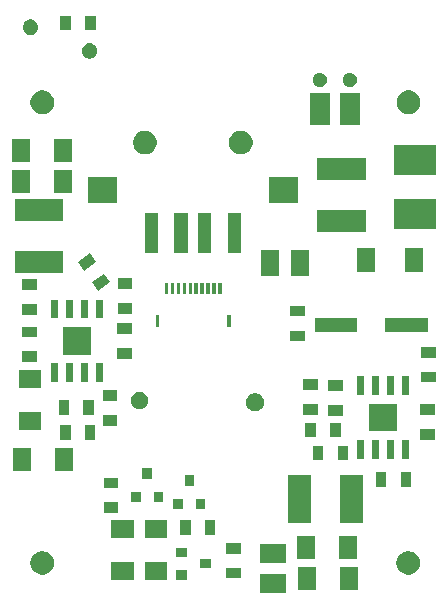
<source format=gbs>
G04 #@! TF.GenerationSoftware,KiCad,Pcbnew,(5.0.2)-1*
G04 #@! TF.CreationDate,2019-05-03T15:30:51-04:00*
G04 #@! TF.ProjectId,TrafMasterV1,54726166-4d61-4737-9465-7256312e6b69,V1*
G04 #@! TF.SameCoordinates,Original*
G04 #@! TF.FileFunction,Soldermask,Bot*
G04 #@! TF.FilePolarity,Negative*
%FSLAX46Y46*%
G04 Gerber Fmt 4.6, Leading zero omitted, Abs format (unit mm)*
G04 Created by KiCad (PCBNEW (5.0.2)-1) date 5/3/2019 3:30:51 PM*
%MOMM*%
%LPD*%
G01*
G04 APERTURE LIST*
%ADD10C,0.150000*%
G04 APERTURE END LIST*
D10*
G36*
X41435200Y-65961160D02*
X39235200Y-65961160D01*
X39235200Y-64361160D01*
X41435200Y-64361160D01*
X41435200Y-65961160D01*
X41435200Y-65961160D01*
G37*
G36*
X43947080Y-65717420D02*
X42423080Y-65717420D01*
X42423080Y-63812420D01*
X43947080Y-63812420D01*
X43947080Y-65717420D01*
X43947080Y-65717420D01*
G37*
G36*
X47503080Y-65717420D02*
X45979080Y-65717420D01*
X45979080Y-63812420D01*
X47503080Y-63812420D01*
X47503080Y-65717420D01*
X47503080Y-65717420D01*
G37*
G36*
X28546680Y-64914700D02*
X26641680Y-64914700D01*
X26641680Y-63390700D01*
X28546680Y-63390700D01*
X28546680Y-64914700D01*
X28546680Y-64914700D01*
G37*
G36*
X31378780Y-64876600D02*
X29473780Y-64876600D01*
X29473780Y-63352600D01*
X31378780Y-63352600D01*
X31378780Y-64876600D01*
X31378780Y-64876600D01*
G37*
G36*
X33038580Y-64867700D02*
X32138580Y-64867700D01*
X32138580Y-64067700D01*
X33038580Y-64067700D01*
X33038580Y-64867700D01*
X33038580Y-64867700D01*
G37*
G36*
X37617180Y-64763700D02*
X36367180Y-64763700D01*
X36367180Y-63863700D01*
X37617180Y-63863700D01*
X37617180Y-64763700D01*
X37617180Y-64763700D01*
G37*
G36*
X21068889Y-62487629D02*
X21250878Y-62563011D01*
X21414663Y-62672449D01*
X21553951Y-62811737D01*
X21663389Y-62975522D01*
X21738771Y-63157511D01*
X21777200Y-63350709D01*
X21777200Y-63547691D01*
X21738771Y-63740889D01*
X21663389Y-63922878D01*
X21553951Y-64086663D01*
X21414663Y-64225951D01*
X21250878Y-64335389D01*
X21068889Y-64410771D01*
X20875691Y-64449200D01*
X20678709Y-64449200D01*
X20485511Y-64410771D01*
X20303522Y-64335389D01*
X20139737Y-64225951D01*
X20000449Y-64086663D01*
X19891011Y-63922878D01*
X19815629Y-63740889D01*
X19777200Y-63547691D01*
X19777200Y-63350709D01*
X19815629Y-63157511D01*
X19891011Y-62975522D01*
X20000449Y-62811737D01*
X20139737Y-62672449D01*
X20303522Y-62563011D01*
X20485511Y-62487629D01*
X20678709Y-62449200D01*
X20875691Y-62449200D01*
X21068889Y-62487629D01*
X21068889Y-62487629D01*
G37*
G36*
X52056889Y-62487629D02*
X52238878Y-62563011D01*
X52402663Y-62672449D01*
X52541951Y-62811737D01*
X52651389Y-62975522D01*
X52726771Y-63157511D01*
X52765200Y-63350709D01*
X52765200Y-63547691D01*
X52726771Y-63740889D01*
X52651389Y-63922878D01*
X52541951Y-64086663D01*
X52402663Y-64225951D01*
X52238878Y-64335389D01*
X52056889Y-64410771D01*
X51863691Y-64449200D01*
X51666709Y-64449200D01*
X51473511Y-64410771D01*
X51291522Y-64335389D01*
X51127737Y-64225951D01*
X50988449Y-64086663D01*
X50879011Y-63922878D01*
X50803629Y-63740889D01*
X50765200Y-63547691D01*
X50765200Y-63350709D01*
X50803629Y-63157511D01*
X50879011Y-62975522D01*
X50988449Y-62811737D01*
X51127737Y-62672449D01*
X51291522Y-62563011D01*
X51473511Y-62487629D01*
X51666709Y-62449200D01*
X51863691Y-62449200D01*
X52056889Y-62487629D01*
X52056889Y-62487629D01*
G37*
G36*
X35038580Y-63917700D02*
X34138580Y-63917700D01*
X34138580Y-63117700D01*
X35038580Y-63117700D01*
X35038580Y-63917700D01*
X35038580Y-63917700D01*
G37*
G36*
X41435200Y-63421160D02*
X39235200Y-63421160D01*
X39235200Y-61821160D01*
X41435200Y-61821160D01*
X41435200Y-63421160D01*
X41435200Y-63421160D01*
G37*
G36*
X43906440Y-63096140D02*
X42382440Y-63096140D01*
X42382440Y-61191140D01*
X43906440Y-61191140D01*
X43906440Y-63096140D01*
X43906440Y-63096140D01*
G37*
G36*
X47462440Y-63096140D02*
X45938440Y-63096140D01*
X45938440Y-61191140D01*
X47462440Y-61191140D01*
X47462440Y-63096140D01*
X47462440Y-63096140D01*
G37*
G36*
X33038580Y-62967700D02*
X32138580Y-62967700D01*
X32138580Y-62167700D01*
X33038580Y-62167700D01*
X33038580Y-62967700D01*
X33038580Y-62967700D01*
G37*
G36*
X37617180Y-62663700D02*
X36367180Y-62663700D01*
X36367180Y-61763700D01*
X37617180Y-61763700D01*
X37617180Y-62663700D01*
X37617180Y-62663700D01*
G37*
G36*
X28546680Y-61358700D02*
X26641680Y-61358700D01*
X26641680Y-59834700D01*
X28546680Y-59834700D01*
X28546680Y-61358700D01*
X28546680Y-61358700D01*
G37*
G36*
X31378780Y-61320600D02*
X29473780Y-61320600D01*
X29473780Y-59796600D01*
X31378780Y-59796600D01*
X31378780Y-61320600D01*
X31378780Y-61320600D01*
G37*
G36*
X35444180Y-61094700D02*
X34544180Y-61094700D01*
X34544180Y-59844700D01*
X35444180Y-59844700D01*
X35444180Y-61094700D01*
X35444180Y-61094700D01*
G37*
G36*
X33344180Y-61094700D02*
X32444180Y-61094700D01*
X32444180Y-59844700D01*
X33344180Y-59844700D01*
X33344180Y-61094700D01*
X33344180Y-61094700D01*
G37*
G36*
X47914960Y-60099160D02*
X46014960Y-60099160D01*
X46014960Y-55999160D01*
X47914960Y-55999160D01*
X47914960Y-60099160D01*
X47914960Y-60099160D01*
G37*
G36*
X43514960Y-60099160D02*
X41614960Y-60099160D01*
X41614960Y-55999160D01*
X43514960Y-55999160D01*
X43514960Y-60099160D01*
X43514960Y-60099160D01*
G37*
G36*
X27223880Y-59213880D02*
X25973880Y-59213880D01*
X25973880Y-58313880D01*
X27223880Y-58313880D01*
X27223880Y-59213880D01*
X27223880Y-59213880D01*
G37*
G36*
X34582980Y-58897100D02*
X33782980Y-58897100D01*
X33782980Y-57997100D01*
X34582980Y-57997100D01*
X34582980Y-58897100D01*
X34582980Y-58897100D01*
G37*
G36*
X32682980Y-58897100D02*
X31882980Y-58897100D01*
X31882980Y-57997100D01*
X32682980Y-57997100D01*
X32682980Y-58897100D01*
X32682980Y-58897100D01*
G37*
G36*
X29112120Y-58305360D02*
X28312120Y-58305360D01*
X28312120Y-57405360D01*
X29112120Y-57405360D01*
X29112120Y-58305360D01*
X29112120Y-58305360D01*
G37*
G36*
X31012120Y-58305360D02*
X30212120Y-58305360D01*
X30212120Y-57405360D01*
X31012120Y-57405360D01*
X31012120Y-58305360D01*
X31012120Y-58305360D01*
G37*
G36*
X27223880Y-57113880D02*
X25973880Y-57113880D01*
X25973880Y-56213880D01*
X27223880Y-56213880D01*
X27223880Y-57113880D01*
X27223880Y-57113880D01*
G37*
G36*
X52020600Y-57018080D02*
X51120600Y-57018080D01*
X51120600Y-55768080D01*
X52020600Y-55768080D01*
X52020600Y-57018080D01*
X52020600Y-57018080D01*
G37*
G36*
X49920600Y-57018080D02*
X49020600Y-57018080D01*
X49020600Y-55768080D01*
X49920600Y-55768080D01*
X49920600Y-57018080D01*
X49920600Y-57018080D01*
G37*
G36*
X33632980Y-56897100D02*
X32832980Y-56897100D01*
X32832980Y-55997100D01*
X33632980Y-55997100D01*
X33632980Y-56897100D01*
X33632980Y-56897100D01*
G37*
G36*
X30062120Y-56305360D02*
X29262120Y-56305360D01*
X29262120Y-55405360D01*
X30062120Y-55405360D01*
X30062120Y-56305360D01*
X30062120Y-56305360D01*
G37*
G36*
X23368000Y-55638700D02*
X21844000Y-55638700D01*
X21844000Y-53733700D01*
X23368000Y-53733700D01*
X23368000Y-55638700D01*
X23368000Y-55638700D01*
G37*
G36*
X19812000Y-55638700D02*
X18288000Y-55638700D01*
X18288000Y-53733700D01*
X19812000Y-53733700D01*
X19812000Y-55638700D01*
X19812000Y-55638700D01*
G37*
G36*
X46696760Y-54762560D02*
X45796760Y-54762560D01*
X45796760Y-53512560D01*
X46696760Y-53512560D01*
X46696760Y-54762560D01*
X46696760Y-54762560D01*
G37*
G36*
X44596760Y-54762560D02*
X43696760Y-54762560D01*
X43696760Y-53512560D01*
X44596760Y-53512560D01*
X44596760Y-54762560D01*
X44596760Y-54762560D01*
G37*
G36*
X49319460Y-54610280D02*
X48719460Y-54610280D01*
X48719460Y-53060280D01*
X49319460Y-53060280D01*
X49319460Y-54610280D01*
X49319460Y-54610280D01*
G37*
G36*
X50589460Y-54610280D02*
X49989460Y-54610280D01*
X49989460Y-53060280D01*
X50589460Y-53060280D01*
X50589460Y-54610280D01*
X50589460Y-54610280D01*
G37*
G36*
X51859460Y-54610280D02*
X51259460Y-54610280D01*
X51259460Y-53060280D01*
X51859460Y-53060280D01*
X51859460Y-54610280D01*
X51859460Y-54610280D01*
G37*
G36*
X48049460Y-54610280D02*
X47449460Y-54610280D01*
X47449460Y-53060280D01*
X48049460Y-53060280D01*
X48049460Y-54610280D01*
X48049460Y-54610280D01*
G37*
G36*
X25283000Y-53050600D02*
X24383000Y-53050600D01*
X24383000Y-51800600D01*
X25283000Y-51800600D01*
X25283000Y-53050600D01*
X25283000Y-53050600D01*
G37*
G36*
X23183000Y-53050600D02*
X22283000Y-53050600D01*
X22283000Y-51800600D01*
X23183000Y-51800600D01*
X23183000Y-53050600D01*
X23183000Y-53050600D01*
G37*
G36*
X54005640Y-53024880D02*
X52755640Y-53024880D01*
X52755640Y-52124880D01*
X54005640Y-52124880D01*
X54005640Y-53024880D01*
X54005640Y-53024880D01*
G37*
G36*
X46071920Y-52806760D02*
X45171920Y-52806760D01*
X45171920Y-51556760D01*
X46071920Y-51556760D01*
X46071920Y-52806760D01*
X46071920Y-52806760D01*
G37*
G36*
X43971920Y-52806760D02*
X43071920Y-52806760D01*
X43071920Y-51556760D01*
X43971920Y-51556760D01*
X43971920Y-52806760D01*
X43971920Y-52806760D01*
G37*
G36*
X50829460Y-52310280D02*
X48479460Y-52310280D01*
X48479460Y-49960280D01*
X50829460Y-49960280D01*
X50829460Y-52310280D01*
X50829460Y-52310280D01*
G37*
G36*
X20713700Y-52197000D02*
X18808700Y-52197000D01*
X18808700Y-50673000D01*
X20713700Y-50673000D01*
X20713700Y-52197000D01*
X20713700Y-52197000D01*
G37*
G36*
X27142600Y-51842800D02*
X25892600Y-51842800D01*
X25892600Y-50942800D01*
X27142600Y-50942800D01*
X27142600Y-51842800D01*
X27142600Y-51842800D01*
G37*
G36*
X46253560Y-50994440D02*
X45003560Y-50994440D01*
X45003560Y-50094440D01*
X46253560Y-50094440D01*
X46253560Y-50994440D01*
X46253560Y-50994440D01*
G37*
G36*
X25172800Y-50942400D02*
X24272800Y-50942400D01*
X24272800Y-49692400D01*
X25172800Y-49692400D01*
X25172800Y-50942400D01*
X25172800Y-50942400D01*
G37*
G36*
X23072800Y-50942400D02*
X22172800Y-50942400D01*
X22172800Y-49692400D01*
X23072800Y-49692400D01*
X23072800Y-50942400D01*
X23072800Y-50942400D01*
G37*
G36*
X54005640Y-50924880D02*
X52755640Y-50924880D01*
X52755640Y-50024880D01*
X54005640Y-50024880D01*
X54005640Y-50924880D01*
X54005640Y-50924880D01*
G37*
G36*
X44135200Y-50908080D02*
X42885200Y-50908080D01*
X42885200Y-50008080D01*
X44135200Y-50008080D01*
X44135200Y-50908080D01*
X44135200Y-50908080D01*
G37*
G36*
X39017268Y-49126322D02*
X39153756Y-49182857D01*
X39276598Y-49264938D01*
X39381062Y-49369402D01*
X39463143Y-49492244D01*
X39519678Y-49628732D01*
X39548500Y-49773631D01*
X39548500Y-49921369D01*
X39519678Y-50066268D01*
X39463143Y-50202756D01*
X39381062Y-50325598D01*
X39276598Y-50430062D01*
X39153756Y-50512143D01*
X39017268Y-50568678D01*
X38872369Y-50597500D01*
X38724631Y-50597500D01*
X38579732Y-50568678D01*
X38443244Y-50512143D01*
X38320402Y-50430062D01*
X38215938Y-50325598D01*
X38133857Y-50202756D01*
X38077322Y-50066268D01*
X38048500Y-49921369D01*
X38048500Y-49773631D01*
X38077322Y-49628732D01*
X38133857Y-49492244D01*
X38215938Y-49369402D01*
X38320402Y-49264938D01*
X38443244Y-49182857D01*
X38579732Y-49126322D01*
X38724631Y-49097500D01*
X38872369Y-49097500D01*
X39017268Y-49126322D01*
X39017268Y-49126322D01*
G37*
G36*
X29233568Y-48982822D02*
X29370056Y-49039357D01*
X29492898Y-49121438D01*
X29597362Y-49225902D01*
X29679443Y-49348744D01*
X29735978Y-49485232D01*
X29764800Y-49630131D01*
X29764800Y-49777869D01*
X29735978Y-49922768D01*
X29679443Y-50059256D01*
X29597362Y-50182098D01*
X29492898Y-50286562D01*
X29370056Y-50368643D01*
X29233568Y-50425178D01*
X29088669Y-50454000D01*
X28940931Y-50454000D01*
X28796032Y-50425178D01*
X28659544Y-50368643D01*
X28536702Y-50286562D01*
X28432238Y-50182098D01*
X28350157Y-50059256D01*
X28293622Y-49922768D01*
X28264800Y-49777869D01*
X28264800Y-49630131D01*
X28293622Y-49485232D01*
X28350157Y-49348744D01*
X28432238Y-49225902D01*
X28536702Y-49121438D01*
X28659544Y-49039357D01*
X28796032Y-48982822D01*
X28940931Y-48954000D01*
X29088669Y-48954000D01*
X29233568Y-48982822D01*
X29233568Y-48982822D01*
G37*
G36*
X27142600Y-49742800D02*
X25892600Y-49742800D01*
X25892600Y-48842800D01*
X27142600Y-48842800D01*
X27142600Y-49742800D01*
X27142600Y-49742800D01*
G37*
G36*
X49319460Y-49210280D02*
X48719460Y-49210280D01*
X48719460Y-47660280D01*
X49319460Y-47660280D01*
X49319460Y-49210280D01*
X49319460Y-49210280D01*
G37*
G36*
X51859460Y-49210280D02*
X51259460Y-49210280D01*
X51259460Y-47660280D01*
X51859460Y-47660280D01*
X51859460Y-49210280D01*
X51859460Y-49210280D01*
G37*
G36*
X50589460Y-49210280D02*
X49989460Y-49210280D01*
X49989460Y-47660280D01*
X50589460Y-47660280D01*
X50589460Y-49210280D01*
X50589460Y-49210280D01*
G37*
G36*
X48049460Y-49210280D02*
X47449460Y-49210280D01*
X47449460Y-47660280D01*
X48049460Y-47660280D01*
X48049460Y-49210280D01*
X48049460Y-49210280D01*
G37*
G36*
X46253560Y-48894440D02*
X45003560Y-48894440D01*
X45003560Y-47994440D01*
X46253560Y-47994440D01*
X46253560Y-48894440D01*
X46253560Y-48894440D01*
G37*
G36*
X44135200Y-48808080D02*
X42885200Y-48808080D01*
X42885200Y-47908080D01*
X44135200Y-47908080D01*
X44135200Y-48808080D01*
X44135200Y-48808080D01*
G37*
G36*
X20713700Y-48641000D02*
X18808700Y-48641000D01*
X18808700Y-47117000D01*
X20713700Y-47117000D01*
X20713700Y-48641000D01*
X20713700Y-48641000D01*
G37*
G36*
X54086920Y-48164880D02*
X52836920Y-48164880D01*
X52836920Y-47264880D01*
X54086920Y-47264880D01*
X54086920Y-48164880D01*
X54086920Y-48164880D01*
G37*
G36*
X25941300Y-48102800D02*
X25341300Y-48102800D01*
X25341300Y-46552800D01*
X25941300Y-46552800D01*
X25941300Y-48102800D01*
X25941300Y-48102800D01*
G37*
G36*
X23401300Y-48102800D02*
X22801300Y-48102800D01*
X22801300Y-46552800D01*
X23401300Y-46552800D01*
X23401300Y-48102800D01*
X23401300Y-48102800D01*
G37*
G36*
X22131300Y-48102800D02*
X21531300Y-48102800D01*
X21531300Y-46552800D01*
X22131300Y-46552800D01*
X22131300Y-48102800D01*
X22131300Y-48102800D01*
G37*
G36*
X24671300Y-48102800D02*
X24071300Y-48102800D01*
X24071300Y-46552800D01*
X24671300Y-46552800D01*
X24671300Y-48102800D01*
X24671300Y-48102800D01*
G37*
G36*
X20348100Y-46432600D02*
X19098100Y-46432600D01*
X19098100Y-45532600D01*
X20348100Y-45532600D01*
X20348100Y-46432600D01*
X20348100Y-46432600D01*
G37*
G36*
X28387200Y-46153200D02*
X27137200Y-46153200D01*
X27137200Y-45253200D01*
X28387200Y-45253200D01*
X28387200Y-46153200D01*
X28387200Y-46153200D01*
G37*
G36*
X54086920Y-46064880D02*
X52836920Y-46064880D01*
X52836920Y-45164880D01*
X54086920Y-45164880D01*
X54086920Y-46064880D01*
X54086920Y-46064880D01*
G37*
G36*
X24911300Y-45802800D02*
X22561300Y-45802800D01*
X22561300Y-43452800D01*
X24911300Y-43452800D01*
X24911300Y-45802800D01*
X24911300Y-45802800D01*
G37*
G36*
X42992200Y-44681560D02*
X41742200Y-44681560D01*
X41742200Y-43781560D01*
X42992200Y-43781560D01*
X42992200Y-44681560D01*
X42992200Y-44681560D01*
G37*
G36*
X20348100Y-44332600D02*
X19098100Y-44332600D01*
X19098100Y-43432600D01*
X20348100Y-43432600D01*
X20348100Y-44332600D01*
X20348100Y-44332600D01*
G37*
G36*
X28387200Y-44053200D02*
X27137200Y-44053200D01*
X27137200Y-43153200D01*
X28387200Y-43153200D01*
X28387200Y-44053200D01*
X28387200Y-44053200D01*
G37*
G36*
X53441000Y-43907000D02*
X49841000Y-43907000D01*
X49841000Y-42707000D01*
X53441000Y-42707000D01*
X53441000Y-43907000D01*
X53441000Y-43907000D01*
G37*
G36*
X47441000Y-43907000D02*
X43841000Y-43907000D01*
X43841000Y-42707000D01*
X47441000Y-42707000D01*
X47441000Y-43907000D01*
X47441000Y-43907000D01*
G37*
G36*
X36760800Y-43478000D02*
X36460800Y-43478000D01*
X36460800Y-42478000D01*
X36760800Y-42478000D01*
X36760800Y-43478000D01*
X36760800Y-43478000D01*
G37*
G36*
X30680800Y-43478000D02*
X30380800Y-43478000D01*
X30380800Y-42478000D01*
X30680800Y-42478000D01*
X30680800Y-43478000D01*
X30680800Y-43478000D01*
G37*
G36*
X24671300Y-42702800D02*
X24071300Y-42702800D01*
X24071300Y-41152800D01*
X24671300Y-41152800D01*
X24671300Y-42702800D01*
X24671300Y-42702800D01*
G37*
G36*
X23401300Y-42702800D02*
X22801300Y-42702800D01*
X22801300Y-41152800D01*
X23401300Y-41152800D01*
X23401300Y-42702800D01*
X23401300Y-42702800D01*
G37*
G36*
X22131300Y-42702800D02*
X21531300Y-42702800D01*
X21531300Y-41152800D01*
X22131300Y-41152800D01*
X22131300Y-42702800D01*
X22131300Y-42702800D01*
G37*
G36*
X25941300Y-42702800D02*
X25341300Y-42702800D01*
X25341300Y-41152800D01*
X25941300Y-41152800D01*
X25941300Y-42702800D01*
X25941300Y-42702800D01*
G37*
G36*
X42992200Y-42581560D02*
X41742200Y-42581560D01*
X41742200Y-41681560D01*
X42992200Y-41681560D01*
X42992200Y-42581560D01*
X42992200Y-42581560D01*
G37*
G36*
X20335400Y-42419400D02*
X19085400Y-42419400D01*
X19085400Y-41519400D01*
X20335400Y-41519400D01*
X20335400Y-42419400D01*
X20335400Y-42419400D01*
G37*
G36*
X28412600Y-42355900D02*
X27162600Y-42355900D01*
X27162600Y-41455900D01*
X28412600Y-41455900D01*
X28412600Y-42355900D01*
X28412600Y-42355900D01*
G37*
G36*
X33470800Y-40678000D02*
X33170800Y-40678000D01*
X33170800Y-39778000D01*
X33470800Y-39778000D01*
X33470800Y-40678000D01*
X33470800Y-40678000D01*
G37*
G36*
X34470800Y-40678000D02*
X34170800Y-40678000D01*
X34170800Y-39778000D01*
X34470800Y-39778000D01*
X34470800Y-40678000D01*
X34470800Y-40678000D01*
G37*
G36*
X34970800Y-40678000D02*
X34670800Y-40678000D01*
X34670800Y-39778000D01*
X34970800Y-39778000D01*
X34970800Y-40678000D01*
X34970800Y-40678000D01*
G37*
G36*
X32970800Y-40678000D02*
X32670800Y-40678000D01*
X32670800Y-39778000D01*
X32970800Y-39778000D01*
X32970800Y-40678000D01*
X32970800Y-40678000D01*
G37*
G36*
X32470800Y-40678000D02*
X32170800Y-40678000D01*
X32170800Y-39778000D01*
X32470800Y-39778000D01*
X32470800Y-40678000D01*
X32470800Y-40678000D01*
G37*
G36*
X31970800Y-40678000D02*
X31670800Y-40678000D01*
X31670800Y-39778000D01*
X31970800Y-39778000D01*
X31970800Y-40678000D01*
X31970800Y-40678000D01*
G37*
G36*
X33970800Y-40678000D02*
X33670800Y-40678000D01*
X33670800Y-39778000D01*
X33970800Y-39778000D01*
X33970800Y-40678000D01*
X33970800Y-40678000D01*
G37*
G36*
X31470800Y-40678000D02*
X31170800Y-40678000D01*
X31170800Y-39778000D01*
X31470800Y-39778000D01*
X31470800Y-40678000D01*
X31470800Y-40678000D01*
G37*
G36*
X35470800Y-40678000D02*
X35170800Y-40678000D01*
X35170800Y-39778000D01*
X35470800Y-39778000D01*
X35470800Y-40678000D01*
X35470800Y-40678000D01*
G37*
G36*
X35970800Y-40678000D02*
X35670800Y-40678000D01*
X35670800Y-39778000D01*
X35970800Y-39778000D01*
X35970800Y-40678000D01*
X35970800Y-40678000D01*
G37*
G36*
X26548814Y-39701763D02*
X25524874Y-40418734D01*
X25008656Y-39681497D01*
X26032596Y-38964526D01*
X26548814Y-39701763D01*
X26548814Y-39701763D01*
G37*
G36*
X20335400Y-40319400D02*
X19085400Y-40319400D01*
X19085400Y-39419400D01*
X20335400Y-39419400D01*
X20335400Y-40319400D01*
X20335400Y-40319400D01*
G37*
G36*
X28412600Y-40255900D02*
X27162600Y-40255900D01*
X27162600Y-39355900D01*
X28412600Y-39355900D01*
X28412600Y-40255900D01*
X28412600Y-40255900D01*
G37*
G36*
X43408500Y-39136500D02*
X41808500Y-39136500D01*
X41808500Y-36936500D01*
X43408500Y-36936500D01*
X43408500Y-39136500D01*
X43408500Y-39136500D01*
G37*
G36*
X40868500Y-39136500D02*
X39268500Y-39136500D01*
X39268500Y-36936500D01*
X40868500Y-36936500D01*
X40868500Y-39136500D01*
X40868500Y-39136500D01*
G37*
G36*
X22547800Y-38897600D02*
X18447800Y-38897600D01*
X18447800Y-36997600D01*
X22547800Y-36997600D01*
X22547800Y-38897600D01*
X22547800Y-38897600D01*
G37*
G36*
X48990500Y-38782500D02*
X47466500Y-38782500D01*
X47466500Y-36782500D01*
X48990500Y-36782500D01*
X48990500Y-38782500D01*
X48990500Y-38782500D01*
G37*
G36*
X52990500Y-38782500D02*
X51466500Y-38782500D01*
X51466500Y-36782500D01*
X52990500Y-36782500D01*
X52990500Y-38782500D01*
X52990500Y-38782500D01*
G37*
G36*
X25344304Y-37981543D02*
X24320364Y-38698514D01*
X23804146Y-37961277D01*
X24828086Y-37244306D01*
X25344304Y-37981543D01*
X25344304Y-37981543D01*
G37*
G36*
X30600700Y-37216900D02*
X29480700Y-37216900D01*
X29480700Y-33826900D01*
X30600700Y-33826900D01*
X30600700Y-37216900D01*
X30600700Y-37216900D01*
G37*
G36*
X33100700Y-37216900D02*
X31980700Y-37216900D01*
X31980700Y-33826900D01*
X33100700Y-33826900D01*
X33100700Y-37216900D01*
X33100700Y-37216900D01*
G37*
G36*
X35100700Y-37216900D02*
X33980700Y-37216900D01*
X33980700Y-33826900D01*
X35100700Y-33826900D01*
X35100700Y-37216900D01*
X35100700Y-37216900D01*
G37*
G36*
X37600700Y-37216900D02*
X36480700Y-37216900D01*
X36480700Y-33826900D01*
X37600700Y-33826900D01*
X37600700Y-37216900D01*
X37600700Y-37216900D01*
G37*
G36*
X48178000Y-35450000D02*
X44078000Y-35450000D01*
X44078000Y-33550000D01*
X48178000Y-33550000D01*
X48178000Y-35450000D01*
X48178000Y-35450000D01*
G37*
G36*
X54106000Y-35156000D02*
X50550000Y-35156000D01*
X50550000Y-32616000D01*
X54106000Y-32616000D01*
X54106000Y-35156000D01*
X54106000Y-35156000D01*
G37*
G36*
X22547800Y-34497600D02*
X18447800Y-34497600D01*
X18447800Y-32597600D01*
X22547800Y-32597600D01*
X22547800Y-34497600D01*
X22547800Y-34497600D01*
G37*
G36*
X42430700Y-32951900D02*
X39990700Y-32951900D01*
X39990700Y-30731900D01*
X42430700Y-30731900D01*
X42430700Y-32951900D01*
X42430700Y-32951900D01*
G37*
G36*
X27090700Y-32951900D02*
X24650700Y-32951900D01*
X24650700Y-30731900D01*
X27090700Y-30731900D01*
X27090700Y-32951900D01*
X27090700Y-32951900D01*
G37*
G36*
X23266400Y-32092900D02*
X21742400Y-32092900D01*
X21742400Y-30187900D01*
X23266400Y-30187900D01*
X23266400Y-32092900D01*
X23266400Y-32092900D01*
G37*
G36*
X19710400Y-32092900D02*
X18186400Y-32092900D01*
X18186400Y-30187900D01*
X19710400Y-30187900D01*
X19710400Y-32092900D01*
X19710400Y-32092900D01*
G37*
G36*
X48178000Y-31050000D02*
X44078000Y-31050000D01*
X44078000Y-29150000D01*
X48178000Y-29150000D01*
X48178000Y-31050000D01*
X48178000Y-31050000D01*
G37*
G36*
X54106000Y-30584000D02*
X50550000Y-30584000D01*
X50550000Y-28044000D01*
X54106000Y-28044000D01*
X54106000Y-30584000D01*
X54106000Y-30584000D01*
G37*
G36*
X19710400Y-29476700D02*
X18186400Y-29476700D01*
X18186400Y-27571700D01*
X19710400Y-27571700D01*
X19710400Y-29476700D01*
X19710400Y-29476700D01*
G37*
G36*
X23266400Y-29476700D02*
X21742400Y-29476700D01*
X21742400Y-27571700D01*
X23266400Y-27571700D01*
X23266400Y-29476700D01*
X23266400Y-29476700D01*
G37*
G36*
X29772389Y-26880329D02*
X29954378Y-26955711D01*
X30118163Y-27065149D01*
X30257451Y-27204437D01*
X30366889Y-27368222D01*
X30442271Y-27550211D01*
X30480700Y-27743409D01*
X30480700Y-27940391D01*
X30442271Y-28133589D01*
X30366889Y-28315578D01*
X30257451Y-28479363D01*
X30118163Y-28618651D01*
X29954378Y-28728089D01*
X29772389Y-28803471D01*
X29579191Y-28841900D01*
X29382209Y-28841900D01*
X29189011Y-28803471D01*
X29007022Y-28728089D01*
X28843237Y-28618651D01*
X28703949Y-28479363D01*
X28594511Y-28315578D01*
X28519129Y-28133589D01*
X28480700Y-27940391D01*
X28480700Y-27743409D01*
X28519129Y-27550211D01*
X28594511Y-27368222D01*
X28703949Y-27204437D01*
X28843237Y-27065149D01*
X29007022Y-26955711D01*
X29189011Y-26880329D01*
X29382209Y-26841900D01*
X29579191Y-26841900D01*
X29772389Y-26880329D01*
X29772389Y-26880329D01*
G37*
G36*
X37892389Y-26880329D02*
X38074378Y-26955711D01*
X38238163Y-27065149D01*
X38377451Y-27204437D01*
X38486889Y-27368222D01*
X38562271Y-27550211D01*
X38600700Y-27743409D01*
X38600700Y-27940391D01*
X38562271Y-28133589D01*
X38486889Y-28315578D01*
X38377451Y-28479363D01*
X38238163Y-28618651D01*
X38074378Y-28728089D01*
X37892389Y-28803471D01*
X37699191Y-28841900D01*
X37502209Y-28841900D01*
X37309011Y-28803471D01*
X37127022Y-28728089D01*
X36963237Y-28618651D01*
X36823949Y-28479363D01*
X36714511Y-28315578D01*
X36639129Y-28133589D01*
X36600700Y-27940391D01*
X36600700Y-27743409D01*
X36639129Y-27550211D01*
X36714511Y-27368222D01*
X36823949Y-27204437D01*
X36963237Y-27065149D01*
X37127022Y-26955711D01*
X37309011Y-26880329D01*
X37502209Y-26841900D01*
X37699191Y-26841900D01*
X37892389Y-26880329D01*
X37892389Y-26880329D01*
G37*
G36*
X45134900Y-26343600D02*
X43434900Y-26343600D01*
X43434900Y-23643600D01*
X45134900Y-23643600D01*
X45134900Y-26343600D01*
X45134900Y-26343600D01*
G37*
G36*
X47674900Y-26343600D02*
X45974900Y-26343600D01*
X45974900Y-23643600D01*
X47674900Y-23643600D01*
X47674900Y-26343600D01*
X47674900Y-26343600D01*
G37*
G36*
X21068889Y-23473229D02*
X21250878Y-23548611D01*
X21414663Y-23658049D01*
X21553951Y-23797337D01*
X21663389Y-23961122D01*
X21738771Y-24143111D01*
X21777200Y-24336309D01*
X21777200Y-24533291D01*
X21738771Y-24726489D01*
X21663389Y-24908478D01*
X21553951Y-25072263D01*
X21414663Y-25211551D01*
X21250878Y-25320989D01*
X21068889Y-25396371D01*
X20875691Y-25434800D01*
X20678709Y-25434800D01*
X20485511Y-25396371D01*
X20303522Y-25320989D01*
X20139737Y-25211551D01*
X20000449Y-25072263D01*
X19891011Y-24908478D01*
X19815629Y-24726489D01*
X19777200Y-24533291D01*
X19777200Y-24336309D01*
X19815629Y-24143111D01*
X19891011Y-23961122D01*
X20000449Y-23797337D01*
X20139737Y-23658049D01*
X20303522Y-23548611D01*
X20485511Y-23473229D01*
X20678709Y-23434800D01*
X20875691Y-23434800D01*
X21068889Y-23473229D01*
X21068889Y-23473229D01*
G37*
G36*
X52082289Y-23473229D02*
X52264278Y-23548611D01*
X52428063Y-23658049D01*
X52567351Y-23797337D01*
X52676789Y-23961122D01*
X52752171Y-24143111D01*
X52790600Y-24336309D01*
X52790600Y-24533291D01*
X52752171Y-24726489D01*
X52676789Y-24908478D01*
X52567351Y-25072263D01*
X52428063Y-25211551D01*
X52264278Y-25320989D01*
X52082289Y-25396371D01*
X51889091Y-25434800D01*
X51692109Y-25434800D01*
X51498911Y-25396371D01*
X51316922Y-25320989D01*
X51153137Y-25211551D01*
X51013849Y-25072263D01*
X50904411Y-24908478D01*
X50829029Y-24726489D01*
X50790600Y-24533291D01*
X50790600Y-24336309D01*
X50829029Y-24143111D01*
X50904411Y-23961122D01*
X51013849Y-23797337D01*
X51153137Y-23658049D01*
X51316922Y-23548611D01*
X51498911Y-23473229D01*
X51692109Y-23434800D01*
X51889091Y-23434800D01*
X52082289Y-23473229D01*
X52082289Y-23473229D01*
G37*
G36*
X44401954Y-21955129D02*
X44459915Y-21966658D01*
X44569104Y-22011885D01*
X44667379Y-22077551D01*
X44750949Y-22161121D01*
X44816615Y-22259396D01*
X44861842Y-22368585D01*
X44884900Y-22484506D01*
X44884900Y-22602694D01*
X44861842Y-22718615D01*
X44816615Y-22827804D01*
X44750949Y-22926079D01*
X44667379Y-23009649D01*
X44569104Y-23075315D01*
X44459915Y-23120542D01*
X44401954Y-23132071D01*
X44343995Y-23143600D01*
X44225805Y-23143600D01*
X44109885Y-23120542D01*
X44000696Y-23075315D01*
X43902421Y-23009649D01*
X43818851Y-22926079D01*
X43753185Y-22827804D01*
X43707958Y-22718615D01*
X43684900Y-22602694D01*
X43684900Y-22484506D01*
X43707958Y-22368585D01*
X43753185Y-22259396D01*
X43818851Y-22161121D01*
X43902421Y-22077551D01*
X44000696Y-22011885D01*
X44109885Y-21966658D01*
X44225805Y-21943600D01*
X44343995Y-21943600D01*
X44401954Y-21955129D01*
X44401954Y-21955129D01*
G37*
G36*
X46941954Y-21955129D02*
X46999915Y-21966658D01*
X47109104Y-22011885D01*
X47207379Y-22077551D01*
X47290949Y-22161121D01*
X47356615Y-22259396D01*
X47401842Y-22368585D01*
X47424900Y-22484506D01*
X47424900Y-22602694D01*
X47401842Y-22718615D01*
X47356615Y-22827804D01*
X47290949Y-22926079D01*
X47207379Y-23009649D01*
X47109104Y-23075315D01*
X46999915Y-23120542D01*
X46941954Y-23132071D01*
X46883995Y-23143600D01*
X46765805Y-23143600D01*
X46649885Y-23120542D01*
X46540696Y-23075315D01*
X46442421Y-23009649D01*
X46358851Y-22926079D01*
X46293185Y-22827804D01*
X46247958Y-22718615D01*
X46224900Y-22602694D01*
X46224900Y-22484506D01*
X46247958Y-22368585D01*
X46293185Y-22259396D01*
X46358851Y-22161121D01*
X46442421Y-22077551D01*
X46540696Y-22011885D01*
X46649885Y-21966658D01*
X46765805Y-21943600D01*
X46883995Y-21943600D01*
X46941954Y-21955129D01*
X46941954Y-21955129D01*
G37*
G36*
X24979999Y-19466379D02*
X25098288Y-19515376D01*
X25204752Y-19586513D01*
X25295287Y-19677048D01*
X25366424Y-19783512D01*
X25415421Y-19901801D01*
X25440400Y-20027380D01*
X25440400Y-20155420D01*
X25415421Y-20280999D01*
X25366424Y-20399288D01*
X25295287Y-20505752D01*
X25204752Y-20596287D01*
X25098288Y-20667424D01*
X24979999Y-20716421D01*
X24854420Y-20741400D01*
X24726380Y-20741400D01*
X24600801Y-20716421D01*
X24482512Y-20667424D01*
X24376048Y-20596287D01*
X24285513Y-20505752D01*
X24214376Y-20399288D01*
X24165379Y-20280999D01*
X24140400Y-20155420D01*
X24140400Y-20027380D01*
X24165379Y-19901801D01*
X24214376Y-19783512D01*
X24285513Y-19677048D01*
X24376048Y-19586513D01*
X24482512Y-19515376D01*
X24600801Y-19466379D01*
X24726380Y-19441400D01*
X24854420Y-19441400D01*
X24979999Y-19466379D01*
X24979999Y-19466379D01*
G37*
G36*
X19976199Y-17459779D02*
X20094488Y-17508776D01*
X20200952Y-17579913D01*
X20291487Y-17670448D01*
X20362624Y-17776912D01*
X20411621Y-17895201D01*
X20436600Y-18020780D01*
X20436600Y-18148820D01*
X20411621Y-18274399D01*
X20362624Y-18392688D01*
X20291487Y-18499152D01*
X20200952Y-18589687D01*
X20094488Y-18660824D01*
X19976199Y-18709821D01*
X19850620Y-18734800D01*
X19722580Y-18734800D01*
X19597001Y-18709821D01*
X19478712Y-18660824D01*
X19372248Y-18589687D01*
X19281713Y-18499152D01*
X19210576Y-18392688D01*
X19161579Y-18274399D01*
X19136600Y-18148820D01*
X19136600Y-18020780D01*
X19161579Y-17895201D01*
X19210576Y-17776912D01*
X19281713Y-17670448D01*
X19372248Y-17579913D01*
X19478712Y-17508776D01*
X19597001Y-17459779D01*
X19722580Y-17434800D01*
X19850620Y-17434800D01*
X19976199Y-17459779D01*
X19976199Y-17459779D01*
G37*
G36*
X25294720Y-18349120D02*
X24394720Y-18349120D01*
X24394720Y-17099120D01*
X25294720Y-17099120D01*
X25294720Y-18349120D01*
X25294720Y-18349120D01*
G37*
G36*
X23194720Y-18349120D02*
X22294720Y-18349120D01*
X22294720Y-17099120D01*
X23194720Y-17099120D01*
X23194720Y-18349120D01*
X23194720Y-18349120D01*
G37*
M02*

</source>
